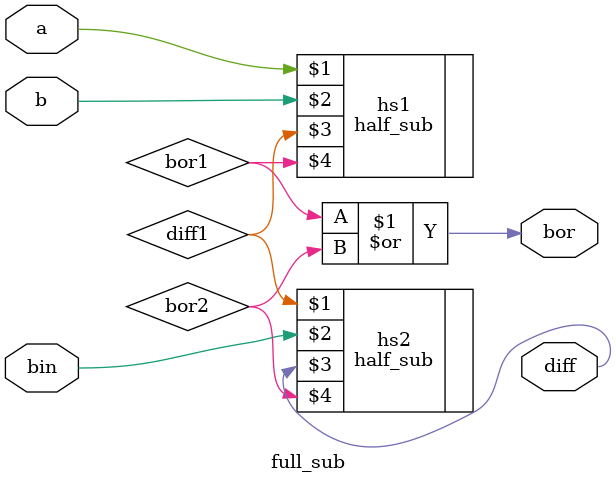
<source format=v>
`timescale 1ns / 1ps
`include "half_sub.v"
module full_sub(a,b,bin,diff,bor);
    input a,b,bin;
    output diff,bor;
    wire diff1,bor1,bor2;
    half_sub hs1(a,b,diff1,bor1);
    half_sub hs2(diff1,bin,diff,bor2);
    assign bor=bor1|bor2;
endmodule

</source>
